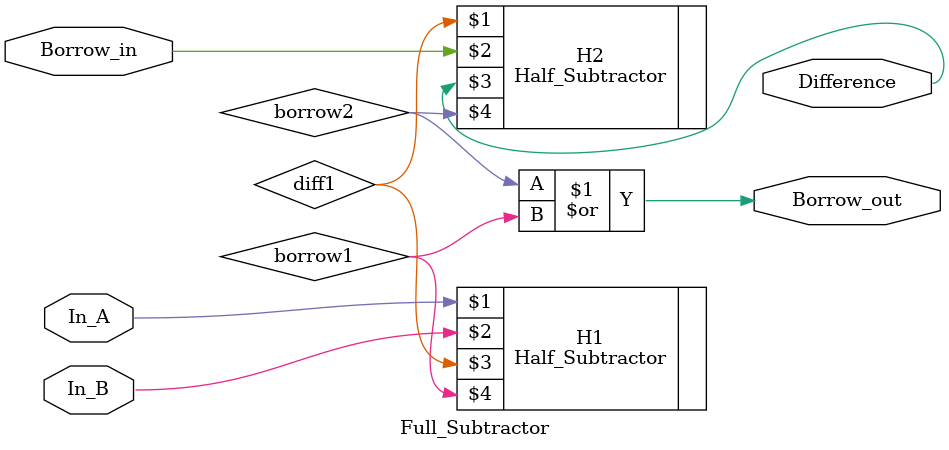
<source format=v>
`timescale 1ns / 1ps

module Full_Subtractor(
    In_A, In_B, Borrow_in, Difference, Borrow_out
    );
    input In_A, In_B, Borrow_in;
    output Difference, Borrow_out;
    
    // implement full subtractor circuit, your code starts from here.
    // use half subtractor in this module, fulfill I/O ports connection.
    
    
//    Half_Subtractor HSUB (
//        .In_A(), 
//        .In_B(), 
//        .Difference(), 
//        .Borrow_out()
//    );
    
    wire diff1, borrow1, borrow2;
    
    Half_Subtractor H1 (In_A, In_B, diff1, borrow1);
    Half_Subtractor H2 (diff1, Borrow_in, Difference, borrow2);
    or(Borrow_out, borrow2, borrow1);
    
endmodule

</source>
